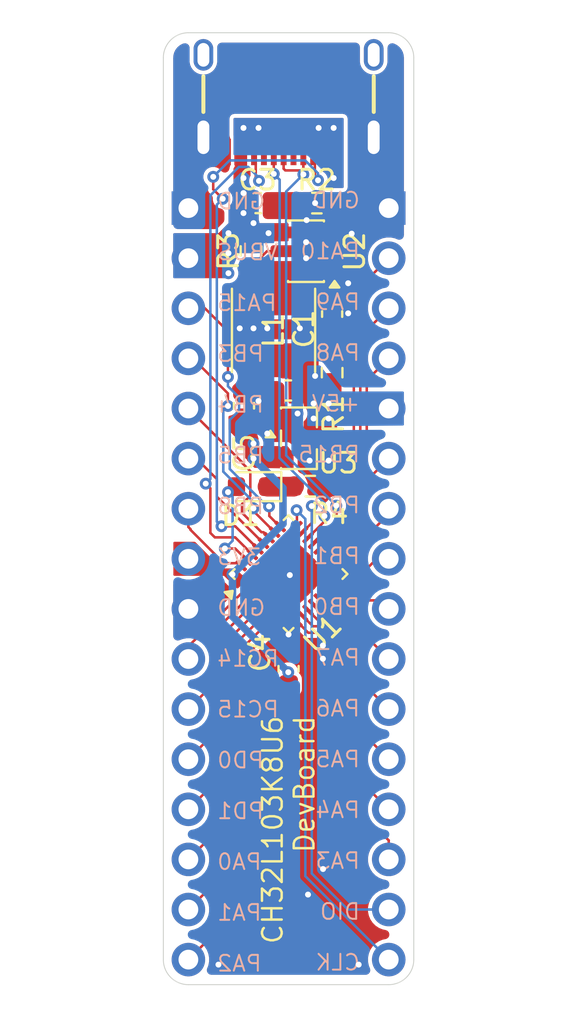
<source format=kicad_pcb>
(kicad_pcb (version 20241229) (generator "pcbnew") (generator_version "9.0")
  (layers (0 "F.Cu" signal) (2 "B.Cu" signal) (13 "F.Paste" user) (15 "B.Paste" user) (5 "F.SilkS" user "F.Silkscreen") (7 "B.SilkS" user "B.Silkscreen") (1 "F.Mask" user) (3 "B.Mask" user) (25 "Edge.Cuts" user))
  (net 0 "")
  (net 1 "Net-(U2-BS)")
  (net 2 "Net-(L1-+)")
  (net 3 "GND")
  (net 4 "+5V")
  (net 5 "VBUS")
  (net 6 "VDD")
  (net 7 "CC2")
  (net 8 "D+")
  (net 9 "CC1")
  (net 10 "D-")
  (net 11 "SWCLK")
  (net 12 "SWDIO")
  (net 13 "PA5")
  (net 14 "PB0")
  (net 15 "PA4")
  (net 16 "PA2")
  (net 17 "PA6")
  (net 18 "PA3")
  (net 19 "PA0")
  (net 20 "PB1")
  (net 21 "PC15")
  (net 22 "PD1")
  (net 23 "PC14")
  (net 24 "PA1")
  (net 25 "PA7")
  (net 26 "PD0")
  (net 27 "PB15")
  (net 28 "PB8")
  (net 29 "PA10")
  (net 30 "PB3")
  (net 31 "PB9")
  (net 32 "PA9")
  (net 33 "PA15")
  (net 34 "PA8")
  (net 35 "PB2")
  (net 36 "PB4")
  (net 37 "PB5")
  (net 38 "Net-(U2-FB)")
  (net 39 "Net-(U2-EN)")
  (net 44 "Net-(D1-K)")
  (footprint "Package_DFN_QFN:QFN-32-1EP_4x4mm_P0.4mm_EP2.9x2.9mm" (layer "F.Cu") (at 160.02 73.161305 45)
    (property "Reference" "U1" (at -0.927367 3.369997 45) (layer "F.SilkS"))
    (property "Value" "CH32L103K8U6")
    (pad "1" smd roundrect (at -2 -1.4 45) (size 0.7 0.2) (layers "F.Cu" "F.Mask" "F.Paste") (net 6 "VDD"))
    (pad "2" smd roundrect (at -2 -1 45) (size 0.7 0.2) (layers "F.Cu" "F.Mask" "F.Paste") (net 23 "PC14"))
    (pad "3" smd roundrect (at -2 -0.600001 45) (size 0.7 0.2) (layers "F.Cu" "F.Mask" "F.Paste") (net 21 "PC15"))
    (pad "4" smd roundrect (at -2 -0.2 45) (size 0.7 0.2) (layers "F.Cu" "F.Mask" "F.Paste") (net 26 "PD0"))
    (pad "5" smd roundrect (at -2 0.2 45) (size 0.7 0.2) (layers "F.Cu" "F.Mask" "F.Paste") (net 22 "PD1"))
    (pad "6" smd roundrect (at -2 0.600001 45) (size 0.7 0.2) (layers "F.Cu" "F.Mask" "F.Paste") (net 19 "PA0"))
    (pad "7" smd roundrect (at -2 1 45) (size 0.7 0.2) (layers "F.Cu" "F.Mask" "F.Paste") (net 24 "PA1"))
    (pad "8" smd roundrect (at -2 1.4 45) (size 0.7 0.2) (layers "F.Cu" "F.Mask" "F.Paste") (net 16 "PA2"))
    (pad "9" smd roundrect (at -1.4 2 45) (size 0.2 0.7) (layers "F.Cu" "F.Mask" "F.Paste") (net 18 "PA3"))
    (pad "10" smd roundrect (at -1 2 45) (size 0.2 0.7) (layers "F.Cu" "F.Mask" "F.Paste") (net 15 "PA4"))
    (pad "11" smd roundrect (at -0.600001 2 45) (size 0.2 0.7) (layers "F.Cu" "F.Mask" "F.Paste") (net 13 "PA5"))
    (pad "12" smd roundrect (at -0.2 2 45) (size 0.2 0.7) (layers "F.Cu" "F.Mask" "F.Paste") (net 17 "PA6"))
    (pad "13" smd roundrect (at 0.2 2 45) (size 0.2 0.7) (layers "F.Cu" "F.Mask" "F.Paste") (net 25 "PA7"))
    (pad "14" smd roundrect (at 0.600001 2 45) (size 0.2 0.7) (layers "F.Cu" "F.Mask" "F.Paste") (net 14 "PB0"))
    (pad "15" smd roundrect (at 1 2 45) (size 0.2 0.7) (layers "F.Cu" "F.Mask" "F.Paste") (net 20 "PB1"))
    (pad "16" smd roundrect (at 1.4 2 45) (size 0.2 0.7) (layers "F.Cu" "F.Mask" "F.Paste") (net 35 "PB2"))
    (pad "17" smd roundrect (at 2 1.4 45) (size 0.7 0.2) (layers "F.Cu" "F.Mask" "F.Paste") (net 27 "PB15"))
    (pad "18" smd roundrect (at 2 1 45) (size 0.7 0.2) (layers "F.Cu" "F.Mask" "F.Paste") (net 34 "PA8"))
    (pad "19" smd roundrect (at 2 0.600001 45) (size 0.7 0.2) (layers "F.Cu" "F.Mask" "F.Paste") (net 32 "PA9"))
    (pad "20" smd roundrect (at 2 0.2 45) (size 0.7 0.2) (layers "F.Cu" "F.Mask" "F.Paste") (net 29 "PA10"))
    (pad "21" smd roundrect (at 2 -0.2 45) (size 0.7 0.2) (layers "F.Cu" "F.Mask" "F.Paste") (net 10 "D-"))
    (pad "22" smd roundrect (at 2 -0.600001 45) (size 0.7 0.2) (layers "F.Cu" "F.Mask" "F.Paste") (net 8 "D+"))
    (pad "23" smd roundrect (at 2 -1 45) (size 0.7 0.2) (layers "F.Cu" "F.Mask" "F.Paste") (net 12 "SWDIO"))
    (pad "24" smd roundrect (at 2 -1.4 45) (size 0.7 0.2) (layers "F.Cu" "F.Mask" "F.Paste") (net 11 "SWCLK"))
    (pad "25" smd roundrect (at 1.4 -2 45) (size 0.2 0.7) (layers "F.Cu" "F.Mask" "F.Paste") (net 33 "PA15"))
    (pad "26" smd roundrect (at 1 -2 45) (size 0.2 0.7) (layers "F.Cu" "F.Mask" "F.Paste") (net 30 "PB3"))
    (pad "27" smd roundrect (at 0.600001 -2 45) (size 0.2 0.7) (layers "F.Cu" "F.Mask" "F.Paste") (net 36 "PB4"))
    (pad "28" smd roundrect (at 0.2 -2 45) (size 0.2 0.7) (layers "F.Cu" "F.Mask" "F.Paste") (net 37 "PB5"))
    (pad "29" smd roundrect (at -0.2 -2 45) (size 0.2 0.7) (layers "F.Cu" "F.Mask" "F.Paste") (net 9 "CC1"))
    (pad "30" smd roundrect (at -0.600001 -2 45) (size 0.2 0.7) (layers "F.Cu" "F.Mask" "F.Paste") (net 7 "CC2"))
    (pad "31" smd roundrect (at -1 -2 45) (size 0.2 0.7) (layers "F.Cu" "F.Mask" "F.Paste") (net 31 "PB9"))
    (pad "32" smd roundrect (at -1.4 -2 45) (size 0.2 0.7) (layers "F.Cu" "F.Mask" "F.Paste") (net 28 "PB8"))
    (pad "33" smd rect (at 0 0 45) (size 2.9 2.9) (property pad_prop_heatsink) (layers "F.Cu" "F.Mask") (net 3 "GND"))
  )
  (footprint "Capacitor_SMD:C_0603_1608Metric" (layer "F.Cu") (at 162.2298 59.9824 -90)
    (property "Reference" "C1" (at 0.7603 1.4279 90) (layer "F.SilkS"))
    (property "Value" "0.1u/50V")
    (pad "1" smd roundrect (at -0.775 0 270) (size 0.9 0.95) (layers "F.Cu" "F.Mask" "F.Paste") (net 1 "Net-(U2-BS)"))
    (pad "2" smd roundrect (at 0.775 0 270) (size 0.9 0.95) (layers "F.Cu" "F.Mask" "F.Paste") (net 2 "Net-(L1-+)"))
  )
  (footprint "Resistor_SMD:R_0603_1608Metric" (layer "F.Cu") (at 161.1244 68.707)
    (property "Reference" "R4" (at 0.953 1.397 0) (layer "F.SilkS"))
    (property "Value" "1k")
    (pad "1" smd roundrect (at -0.825 0) (size 0.8 0.95) (layers "F.Cu" "F.Mask" "F.Paste") (net 44 "Net-(D1-K)"))
    (pad "2" smd roundrect (at 0.825 0) (size 0.8 0.95) (layers "F.Cu" "F.Mask" "F.Paste") (net 3 "GND"))
  )
  (footprint "Capacitor_SMD:C_0603_1608Metric" (layer "F.Cu") (at 160.02 77.965 -90)
    (property "Reference" "C4" (at -0.80659 1.4478 90) (layer "F.SilkS"))
    (property "Value" "0.1u/50V")
    (pad "1" smd roundrect (at -0.775 0 270) (size 0.9 0.95) (layers "F.Cu" "F.Mask" "F.Paste") (net 3 "GND"))
    (pad "2" smd roundrect (at 0.775 0 270) (size 0.9 0.95) (layers "F.Cu" "F.Mask" "F.Paste") (net 6 "VDD"))
  )
  (footprint "Capacitor_SMD:C_0603_1608Metric" (layer "F.Cu") (at 158.483 54.356 180)
    (property "Reference" "C3" (at 0.0378 1.1684 0) (layer "F.SilkS"))
    (property "Value" "10u/35V")
    (pad "1" smd roundrect (at -0.775 0 180) (size 0.9 0.95) (layers "F.Cu" "F.Mask" "F.Paste") (net 3 "GND"))
    (pad "2" smd roundrect (at 0.775 0 180) (size 0.9 0.95) (layers "F.Cu" "F.Mask" "F.Paste") (net 5 "VBUS"))
  )
  (footprint "Capacitor_SMD:C_0603_1608Metric" (layer "F.Cu") (at 160.007 63.8556)
    (property "Reference" "C2" (hide yes))
    (property "Value" "10u/35V")
    (pad "1" smd roundrect (at -0.775 0) (size 0.9 0.95) (layers "F.Cu" "F.Mask" "F.Paste") (net 3 "GND"))
    (pad "2" smd roundrect (at 0.775 0) (size 0.9 0.95) (layers "F.Cu" "F.Mask" "F.Paste") (net 4 "+5V"))
  )
  (footprint "Package_TO_SOT_SMD:SOT-23-3" (layer "F.Cu") (at 160.5479 66.2788)
    (property "Reference" "U3" (at 1.9867 1.2598 0) (layer "F.SilkS"))
    (property "Value" "XC6206P332MR")
    (pad "1" smd roundrect (at -1.1375 -0.95) (size 1.325 0.6) (layers "F.Cu" "F.Mask" "F.Paste") (net 3 "GND"))
    (pad "2" smd roundrect (at -1.1375 0.95) (size 1.325 0.6) (layers "F.Cu" "F.Mask" "F.Paste") (net 6 "VDD"))
    (pad "3" smd roundrect (at 1.1375 0) (size 1.325 0.6) (layers "F.Cu" "F.Mask" "F.Paste") (net 4 "+5V"))
  )
  (footprint "Resistor_SMD:R_0603_1608Metric" (layer "F.Cu") (at 161.4556 54.356 180)
    (property "Reference" "R2" (at 0.0132 1.1684 0) (layer "F.SilkS"))
    (property "Value" "22k")
    (pad "1" smd roundrect (at -0.825 0 180) (size 0.8 0.95) (layers "F.Cu" "F.Mask" "F.Paste") (net 38 "Net-(U2-FB)"))
    (pad "2" smd roundrect (at 0.825 0 180) (size 0.8 0.95) (layers "F.Cu" "F.Mask" "F.Paste") (net 3 "GND"))
  )
  (footprint "Download_Lib:USB-C_16-HandSolder" (layer "F.Cu") (at 160.02 51.935 180)
    (property "Reference" "J5")
    (property "Value" "USB_C_Receptacle")
    (pad "A5" smd rect (at -1.25 0.17) (size 0.3 1.34) (layers "F.Cu" "F.Mask" "F.Paste") (net 9 "CC1"))
    (pad "A6" smd rect (at -0.25 0.17) (size 0.3 1.34) (layers "F.Cu" "F.Mask" "F.Paste") (net 8 "D+"))
    (pad "A7" smd rect (at 0.25 0.17 180) (size 0.3 1.34) (layers "F.Cu" "F.Mask" "F.Paste") (net 10 "D-"))
    (pad "A8" smd rect (at 1.25 0.17 180) (size 0.3 1.34) (layers "F.Cu" "F.Mask" "F.Paste"))
    (pad "B5" smd rect (at 1.75 0.17 180) (size 0.3 1.34) (layers "F.Cu" "F.Mask" "F.Paste") (net 7 "CC2"))
    (pad "B6" smd rect (at 0.75 0.17 180) (size 0.3 1.34) (layers "F.Cu" "F.Mask" "F.Paste") (net 8 "D+"))
    (pad "B7" smd rect (at -0.75 0.17) (size 0.3 1.34) (layers "F.Cu" "F.Mask" "F.Paste") (net 10 "D-"))
    (pad "B8" smd rect (at -1.75 0.17) (size 0.3 1.34) (layers "F.Cu" "F.Mask" "F.Paste"))
    (pad "GND" smd rect (at -3.2625 0.17) (size 0.525 1.34) (layers "F.Cu" "F.Mask") (net 3 "GND"))
    (pad "GND" smd rect (at 3.2125 0.17 180) (size 0.575 1.34) (layers "F.Cu" "F.Mask") (net 3 "GND"))
    (pad "NC1" thru_hole oval (at -4.318 5.095 180) (size 1 1.6) (drill oval 0.6 1.2) (layers "*.Cu" "*.Mask" "F.Paste"))
    (pad "NC2" thru_hole oval (at 4.318 5.095 180) (size 1 1.6) (drill oval 0.6 1.2) (layers "*.Cu" "*.Mask" "F.Paste"))
    (pad "S" thru_hole oval (at -4.318 0.915 180) (size 1 2.1) (drill oval 0.6 1.7) (layers "*.Cu" "*.Mask" "F.Paste") (net 3 "GND"))
    (pad "S" thru_hole oval (at 4.318 0.915 180) (size 1 2.1) (drill oval 0.6 1.7) (layers "*.Cu" "*.Mask" "F.Paste") (net 3 "GND"))
    (pad "VBUS" smd rect (at -2.45 0.17) (size 0.6 1.34) (layers "F.Cu" "F.Mask") (net 5 "VBUS"))
    (pad "VBUS" smd rect (at 2.45 0.17 180) (size 0.6 1.34) (layers "F.Cu" "F.Mask") (net 5 "VBUS"))
  )
  (footprint "Resistor_SMD:R_0603_1608Metric" (layer "F.Cu") (at 158.115 56.7812 -90)
    (property "Reference" "R3" (at 0.0122 1.143 90) (layer "F.SilkS"))
    (property "Value" "120k")
    (pad "1" smd roundrect (at -0.825 0 270) (size 0.8 0.95) (layers "F.Cu" "F.Mask" "F.Paste") (net 5 "VBUS"))
    (pad "2" smd roundrect (at 0.825 0 270) (size 0.8 0.95) (layers "F.Cu" "F.Mask" "F.Paste") (net 39 "Net-(U2-EN)"))
  )
  (footprint "LED_SMD:LED_0603_1608Metric" (layer "F.Cu") (at 158.1657 68.7324 180)
    (property "Reference" "D1" (at 0.5841 -1.4732 0) (layer "F.SilkS"))
    (property "Value" "Red/Vf1.7")
    (pad "1" smd roundrect (at -0.7875 0 180) (size 0.875 0.95) (layers "F.Cu" "F.Mask" "F.Paste") (net 44 "Net-(D1-K)"))
    (pad "2" smd roundrect (at 0.7875 0 180) (size 0.875 0.95) (layers "F.Cu" "F.Mask" "F.Paste") (net 31 "PB9"))
  )
  (footprint "Resistor_SMD:R_0603_1608Metric" (layer "F.Cu") (at 162.2298 62.9534 90)
    (property "Reference" "R1" (at -2.1073 0.0707 90) (layer "F.SilkS"))
    (property "Value" "120k")
    (pad "1" smd roundrect (at -0.825 0 90) (size 0.8 0.95) (layers "F.Cu" "F.Mask" "F.Paste") (net 4 "+5V"))
    (pad "2" smd roundrect (at 0.825 0 90) (size 0.8 0.95) (layers "F.Cu" "F.Mask" "F.Paste") (net 38 "Net-(U2-FB)"))
  )
  (footprint "Inductor_SMD:L_Changjiang_FNR4020S" (layer "F.Cu") (at 159.258 60.809 -90)
    (property "Reference" "L1" (at -0.0014 0 90) (layer "F.SilkS"))
    (property "Value" "10u/1.5A")
    (pad "1" smd roundrect (at -1.5 0 270) (size 1.1 3.7) (layers "F.Cu" "F.Mask" "F.Paste") (roundrect_rratio 0.227273) (net 2 "Net-(L1-+)"))
    (pad "2" smd roundrect (at 1.5 0 270) (size 1.1 3.7) (layers "F.Cu" "F.Mask" "F.Paste") (roundrect_rratio 0.227273) (net 4 "+5V"))
  )
  (footprint "Capacitor_SMD:C_0603_1608Metric" (layer "F.Cu") (at 157.7594 64.63 -90)
    (property "Reference" "C5" (at 2.4006 -0.0254 90) (layer "F.SilkS"))
    (property "Value" "22u/10V")
    (pad "1" smd roundrect (at -0.775 0 270) (size 0.9 0.95) (layers "F.Cu" "F.Mask" "F.Paste") (net 3 "GND"))
    (pad "2" smd roundrect (at 0.775 0 270) (size 0.9 0.95) (layers "F.Cu" "F.Mask" "F.Paste") (net 6 "VDD"))
  )
  (footprint "Package_TO_SOT_SMD:SOT-23-6" (layer "F.Cu") (at 160.9035 56.7944 180)
    (property "Reference" "U2" (at -2.4693 -0.0254 90) (layer "F.SilkS"))
    (property "Value" "JW5026")
    (pad "1" smd roundrect (at -1.1375 -0.95 180) (size 1.325 0.6) (layers "F.Cu" "F.Mask" "F.Paste") (net 1 "Net-(U2-BS)"))
    (pad "2" smd roundrect (at -1.1375 0 180) (size 1.325 0.6) (layers "F.Cu" "F.Mask" "F.Paste") (net 3 "GND"))
    (pad "3" smd roundrect (at -1.1375 0.95 180) (size 1.325 0.6) (layers "F.Cu" "F.Mask" "F.Paste") (net 38 "Net-(U2-FB)"))
    (pad "4" smd roundrect (at 1.1375 0.95 180) (size 1.325 0.6) (layers "F.Cu" "F.Mask" "F.Paste") (net 5 "VBUS"))
    (pad "5" smd roundrect (at 1.1375 0 180) (size 1.325 0.6) (layers "F.Cu" "F.Mask" "F.Paste") (net 39 "Net-(U2-EN)"))
    (pad "6" smd roundrect (at 1.1375 -0.95 180) (size 1.325 0.6) (layers "F.Cu" "F.Mask" "F.Paste") (net 2 "Net-(L1-+)"))
  )
  (footprint "Connector_PinHeader_2.54mm:PinHeader_1x16_P2.54mm_Vertical" (layer "B.Cu") (at 165.1 54.61 180)
    (property "Reference" "J3" (hide yes))
    (property "Value" "Pinheader_P2.54mm_16P")
    (pad "1" thru_hole rect (at 0 0 180) (size 1.7 1.7) (drill 1) (layers "*.Cu" "*.Mask") (net 3 "GND"))
    (pad "2" thru_hole circle (at 0 -2.54 180) (size 1.7 1.7) (drill 1) (layers "*.Cu" "*.Mask") (net 29 "PA10"))
    (pad "3" thru_hole circle (at 0 -5.08 180) (size 1.7 1.7) (drill 1) (layers "*.Cu" "*.Mask") (net 32 "PA9"))
    (pad "4" thru_hole circle (at 0 -7.62 180) (size 1.7 1.7) (drill 1) (layers "*.Cu" "*.Mask") (net 34 "PA8"))
    (pad "5" thru_hole circle (at 0 -10.16 180) (size 1.7 1.7) (drill 1) (layers "*.Cu" "*.Mask") (net 4 "+5V"))
    (pad "6" thru_hole circle (at 0 -12.7 180) (size 1.7 1.7) (drill 1) (layers "*.Cu" "*.Mask") (net 27 "PB15"))
    (pad "7" thru_hole circle (at 0 -15.24 180) (size 1.7 1.7) (drill 1) (layers "*.Cu" "*.Mask") (net 35 "PB2"))
    (pad "8" thru_hole circle (at 0 -17.78 180) (size 1.7 1.7) (drill 1) (layers "*.Cu" "*.Mask") (net 20 "PB1"))
    (pad "9" thru_hole circle (at 0 -20.32 180) (size 1.7 1.7) (drill 1) (layers "*.Cu" "*.Mask") (net 14 "PB0"))
    (pad "10" thru_hole circle (at 0 -22.86 180) (size 1.7 1.7) (drill 1) (layers "*.Cu" "*.Mask") (net 25 "PA7"))
    (pad "11" thru_hole circle (at 0 -25.4 180) (size 1.7 1.7) (drill 1) (layers "*.Cu" "*.Mask") (net 17 "PA6"))
    (pad "12" thru_hole circle (at 0 -27.94 180) (size 1.7 1.7) (drill 1) (layers "*.Cu" "*.Mask") (net 13 "PA5"))
    (pad "13" thru_hole circle (at 0 -30.48 180) (size 1.7 1.7) (drill 1) (layers "*.Cu" "*.Mask") (net 15 "PA4"))
    (pad "14" thru_hole circle (at 0 -33.02 180) (size 1.7 1.7) (drill 1) (layers "*.Cu" "*.Mask") (net 18 "PA3"))
    (pad "15" thru_hole circle (at 0 -35.56 180) (size 1.7 1.7) (drill 1) (layers "*.Cu" "*.Mask") (net 12 "SWDIO"))
    (pad "16" thru_hole circle (at 0 -38.1 180) (size 1.7 1.7) (drill 1) (layers "*.Cu" "*.Mask") (net 11 "SWCLK"))
  )
  (footprint "Connector_PinHeader_2.54mm:PinHeader_1x16_P2.54mm_Vertical" (layer "B.Cu") (at 154.94 54.61 180)
    (property "Reference" "J2" (hide yes))
    (property "Value" "Pinheader_P2.54mm_16P")
    (pad "1" thru_hole rect (at 0 0 180) (size 1.7 1.7) (drill 1) (layers "*.Cu" "*.Mask") (net 3 "GND"))
    (pad "2" thru_hole circle (at 0 -2.54 180) (size 1.7 1.7) (drill 1) (layers "*.Cu" "*.Mask") (net 5 "VBUS"))
    (pad "3" thru_hole circle (at 0 -5.08 180) (size 1.7 1.7) (drill 1) (layers "*.Cu" "*.Mask") (net 33 "PA15"))
    (pad "4" thru_hole circle (at 0 -7.62 180) (size 1.7 1.7) (drill 1) (layers "*.Cu" "*.Mask") (net 30 "PB3"))
    (pad "5" thru_hole circle (at 0 -10.16 180) (size 1.7 1.7) (drill 1) (layers "*.Cu" "*.Mask") (net 36 "PB4"))
    (pad "6" thru_hole circle (at 0 -12.7 180) (size 1.7 1.7) (drill 1) (layers "*.Cu" "*.Mask") (net 37 "PB5"))
    (pad "7" thru_hole circle (at 0 -15.24 180) (size 1.7 1.7) (drill 1) (layers "*.Cu" "*.Mask") (net 28 "PB8"))
    (pad "8" thru_hole circle (at 0 -17.78 180) (size 1.7 1.7) (drill 1) (layers "*.Cu" "*.Mask") (net 6 "VDD"))
    (pad "9" thru_hole circle (at 0 -20.32 180) (size 1.7 1.7) (drill 1) (layers "*.Cu" "*.Mask") (net 3 "GND"))
    (pad "10" thru_hole circle (at 0 -22.86 180) (size 1.7 1.7) (drill 1) (layers "*.Cu" "*.Mask") (net 23 "PC14"))
    (pad "11" thru_hole circle (at 0 -25.4 180) (size 1.7 1.7) (drill 1) (layers "*.Cu" "*.Mask") (net 21 "PC15"))
    (pad "12" thru_hole circle (at 0 -27.94 180) (size 1.7 1.7) (drill 1) (layers "*.Cu" "*.Mask") (net 26 "PD0"))
    (pad "13" thru_hole circle (at 0 -30.48 180) (size 1.7 1.7) (drill 1) (layers "*.Cu" "*.Mask") (net 22 "PD1"))
    (pad "14" thru_hole circle (at 0 -33.02 180) (size 1.7 1.7) (drill 1) (layers "*.Cu" "*.Mask") (net 19 "PA0"))
    (pad "15" thru_hole circle (at 0 -35.56 180) (size 1.7 1.7) (drill 1) (layers "*.Cu" "*.Mask") (net 24 "PA1"))
    (pad "16" thru_hole circle (at 0 -38.1 180) (size 1.7 1.7) (drill 1) (layers "*.Cu" "*.Mask") (net 16 "PA2"))
  )
  (gr_arc (start 166.37 92.71) (mid 165.998026 93.608026) (end 165.1 93.98) (stroke (width 0.05)) (layer "Edge.Cuts"))
  (gr_arc (start 153.67 46.99) (mid 154.041974 46.091974) (end 154.94 45.72) (stroke (width 0.05)) (layer "Edge.Cuts"))
  (gr_arc (start 154.94 93.98) (mid 154.041974 93.608026) (end 153.67 92.71) (stroke (width 0.05)) (layer "Edge.Cuts"))
  (gr_line (start 166.37 46.99) (end 166.37 92.71) (stroke (width 0.05)) (layer "Edge.Cuts"))
  (gr_line (start 154.94 45.72) (end 165.1 45.72) (stroke (width 0.05)) (layer "Edge.Cuts"))
  (gr_arc (start 165.1 45.72) (mid 165.998026 46.091974) (end 166.37 46.99) (stroke (width 0.05)) (layer "Edge.Cuts"))
  (gr_line (start 153.67 92.71) (end 153.67 46.99) (stroke (width 0.05)) (layer "Edge.Cuts"))
  (gr_line (start 165.1 93.98) (end 154.94 93.98) (stroke (width 0.05)) (layer "Edge.Cuts"))
  (gr_text "CH32L103K8U6\nDevBoard" (at 160.02 80.264 90) (layer "F.SilkS") (effects (font (size 1 1) (thickness 0.125)) (justify right)))
  (gr_text "GND\n\nVBUS\n\nPA15\n\nPB3\n\nPB4\n\nPB5\n\nPB8\n\n3V3\n\nGND\n\nPC14\n\nPC15\n\nPD0\n\nPD1\n\nPA0\n\nPA1\n\nPA2" (at 156.337 53.7972 0) (layer "B.SilkS") (effects (font (size 0.8 0.8) (thickness 0.1)) (justify right top mirror)))
  (gr_text "GND\n\nPA10\n\nPA9\n\nPA8\n\n+5V\n\nPB15\n\nPB2\n\nPB1\n\nPB0\n\nPA7\n\nPA6\n\nPA5\n\nPA4\n\nPA3\n\nDIO\n\nCLK" (at 163.703 53.7464 0) (layer "B.SilkS") (effects (font (size 0.8 0.8) (thickness 0.1)) (justify left top mirror)))
  (segment (start 162.2298 57.9332) (end 162.041 57.7444) (width 0.127) (layer "F.Cu") (net 1))
  (segment (start 162.2298 59.2074) (end 162.2298 57.9332) (width 0.127) (layer "F.Cu") (net 1))
  (segment (start 162.2298 60.7574) (end 162.2298 60.3758) (width 0.127) (layer "F.Cu") (net 2))
  (segment (start 161.7759 59.9219) (end 161.770808 59.9219) (width 0.127) (layer "F.Cu") (net 2))
  (segment (start 161.770808 59.9219) (end 161.157908 59.309) (width 0.127) (layer "F.Cu") (net 2))
  (segment (start 161.157908 59.309) (end 159.258 59.309) (width 0.127) (layer "F.Cu") (net 2))
  (segment (start 162.2298 60.3758) (end 161.7759 59.9219) (width 0.127) (layer "F.Cu") (net 2))
  (via (at 157.5435 60.706) (size 0.6) (drill 0.3) (layers "F.Cu" "B.Cu") (net 3))
  (via (at 161.0868 67.4116) (size 0.6) (drill 0.3) (layers "F.Cu" "B.Cu") (net 3))
  (via (at 161.761675 77.455004) (size 0.6) (drill 0.3) (layers "F.Cu" "B.Cu") (net 3))
  (via (at 160.5915 60.706) (size 0.6) (drill 0.3) (layers "F.Cu" "B.Cu") (net 3))
  (via (at 161.767986 88.117214) (size 0.6) (drill 0.3) (layers "F.Cu" "B.Cu") (net 3))
  (via (at 161.3662 54.356) (size 0.6) (drill 0.3) (layers "F.Cu" "B.Cu") (net 3))
  (via (at 163.0426 58.42) (size 0.6) (drill 0.3) (layers "F.Cu" "B.Cu") (net 3))
  (via (at 163.0426 59.944) (size 0.6) (drill 0.3) (layers "F.Cu" "B.Cu") (net 3))
  (via (at 158.9405 66.04) (size 0.6) (drill 0.3) (layers "F.Cu" "B.Cu") (net 3))
  (via (at 163.2204 55.9054) (size 0.6) (drill 0.3) (layers "F.Cu" "B.Cu") (net 3))
  (via (at 160.909 57.15) (size 0.6) (drill 0.3) (layers "F.Cu" "B.Cu") (net 3))
  (via (at 156.464 92.964) (size 0.6) (drill 0.3) (layers "F.Cu" "B.Cu") (net 3))
  (via (at 161.761675 76.784031) (size 0.6) (drill 0.3) (layers "F.Cu" "B.Cu") (net 3))
  (via (at 160.4772 65.024) (size 0.6) (drill 0.3) (layers "F.Cu" "B.Cu") (net 3))
  (via (at 158.9405 60.706) (size 0.6) (drill 0.3) (layers "F.Cu" "B.Cu") (net 3))
  (via (at 160.02 76.2254) (size 0.6) (drill 0.3) (layers "F.Cu" "B.Cu") (net 3))
  (via (at 160.909 56.3372) (size 0.6) (drill 0.3) (layers "F.Cu" "B.Cu") (net 3))
  (via (at 158.242 60.706) (size 0.6) (drill 0.3) (layers "F.Cu" "B.Cu") (net 3))
  (via (at 161.005845 89.412755) (size 0.6) (drill 0.3) (layers "F.Cu" "B.Cu") (net 3))
  (via (at 160.0835 73.2155) (size 0.6) (drill 0.3) (layers "F.Cu" "B.Cu") (net 3))
  (via (at 160.9344 55.2196) (size 0.6) (drill 0.3) (layers "F.Cu" "B.Cu") (net 3))
  (via (at 158.496 64.389) (size 0.6) (drill 0.3) (layers "F.Cu" "B.Cu") (net 3))
  (via (at 162.052 67.4116) (size 0.6) (drill 0.3) (layers "F.Cu" "B.Cu") (net 3))
  (via (at 163.576 92.964) (size 0.6) (drill 0.3) (layers "F.Cu" "B.Cu") (net 3))
  (via (at 161.29 65.278) (size 0.6) (drill 0.3) (layers "F.Cu" "B.Cu") (net 4))
  (via (at 161.29 64.516) (size 0.6) (drill 0.3) (layers "F.Cu" "B.Cu") (net 4))
  (via (at 162.052 65.278) (size 0.6) (drill 0.3) (layers "F.Cu" "B.Cu") (net 4))
  (via (at 161.3662 63.119) (size 0.6) (drill 0.3) (layers "F.Cu" "B.Cu") (net 4))
  (via (at 162.052 64.516) (size 0.6) (drill 0.3) (layers "F.Cu" "B.Cu") (net 4))
  (via (at 158.496 50.546) (size 0.6) (drill 0.3) (layers "F.Cu" "B.Cu") (net 5))
  (via (at 162.306 53.086) (size 0.6) (drill 0.3) (layers "F.Cu" "B.Cu") (net 5))
  (via (at 162.306 50.546) (size 0.6) (drill 0.3) (layers "F.Cu" "B.Cu") (net 5))
  (via (at 158.242 55.372) (size 0.6) (drill 0.3) (layers "F.Cu" "B.Cu") (net 5))
  (via (at 161.544 50.546) (size 0.6) (drill 0.3) (layers "F.Cu" "B.Cu") (net 5))
  (via (at 157.734 53.848) (size 0.6) (drill 0.3) (layers "F.Cu" "B.Cu") (net 5))
  (via (at 159.004 55.88) (size 0.6) (drill 0.3) (layers "F.Cu" "B.Cu") (net 5))
  (via (at 157.734 50.546) (size 0.6) (drill 0.3) (layers "F.Cu" "B.Cu") (net 5))
  (via (at 156.972 57.912) (size 0.6) (drill 0.3) (layers "F.Cu" "B.Cu") (net 5))
  (via (at 156.972 55.88) (size 0.6) (drill 0.3) (layers "F.Cu" "B.Cu") (net 5))
  (via (at 156.972 56.896) (size 0.6) (drill 0.3) (layers "F.Cu" "B.Cu") (net 5))
  (via (at 157.734 53.086) (size 0.6) (drill 0.3) (layers "F.Cu" "B.Cu") (net 5))
  (via (at 157.734 54.864) (size 0.6) (drill 0.3) (layers "F.Cu" "B.Cu") (net 5))
  (segment (start 160.005428 78.14) (end 160.005428 78.725428) (width 0.381) (layer "F.Cu") (net 6))
  (segment (start 160.005428 78.725428) (end 160.02 78.74) (width 0.381) (layer "F.Cu") (net 6))
  (via (at 158.242 67.31) (size 0.6) (drill 0.3) (layers "F.Cu" "B.Cu") (net 6))
  (via (at 158.242 66.548) (size 0.6) (drill 0.3) (layers "F.Cu" "B.Cu") (net 6))
  (via (at 157.1752 73.1774) (size 0.6) (drill 0.3) (layers "F.Cu" "B.Cu") (net 6))
  (via (at 160.005428 78.14) (size 0.6) (drill 0.3) (layers "F.Cu" "B.Cu") (net 6))
  (segment (start 159.736286 68.804286) (end 158.242 67.31) (width 0.381) (layer "B.Cu") (net 6))
  (segment (start 159.736286 70.616314) (end 159.736286 68.804286) (width 0.381) (layer "B.Cu") (net 6))
  (segment (start 157.1752 73.1774) (end 159.736286 70.616314) (width 0.381) (layer "B.Cu") (net 6))
  (segment (start 158.242 67.31) (end 158.242 66.548) (width 0.381) (layer "B.Cu") (net 6))
  (segment (start 157.1752 73.1774) (end 157.1752 75.309772) (width 0.381) (layer "B.Cu") (net 6))
  (segment (start 157.1752 75.309772) (end 160.005428 78.14) (width 0.381) (layer "B.Cu") (net 6))
  (segment (start 157.313458 71.303292) (end 158.181522 72.171356) (width 0.127) (layer "F.Cu") (net 7))
  (segment (start 156.280708 71.303292) (end 157.313458 71.303292) (width 0.127) (layer "F.Cu") (net 7))
  (segment (start 158.521098 53.229109) (end 158.3555 53.063511) (width 0.127) (layer "F.Cu") (net 7))
  (segment (start 156.0545 71.077084) (end 156.280708 71.303292) (width 0.127) (layer "F.Cu") (net 7))
  (segment (start 156.0545 68.8155) (end 156.0545 71.077084) (width 0.127) (layer "F.Cu") (net 7))
  (segment (start 155.819 68.58) (end 156.0545 68.8155) (width 0.127) (layer "F.Cu") (net 7))
  (segment (start 158.3555 51.8505) (end 158.27 51.765) (width 0.127) (layer "F.Cu") (net 7))
  (segment (start 158.3555 53.063511) (end 158.3555 51.8505) (width 0.127) (layer "F.Cu") (net 7))
  (via (at 158.521098 53.229109) (size 0.6) (drill 0.3) (layers "F.Cu" "B.Cu") (net 7))
  (via (at 155.819 68.58) (size 0.6) (drill 0.3) (layers "F.Cu" "B.Cu") (net 7))
  (segment (start 157.967824 52.5215) (end 157.500176 52.5215) (width 0.127) (layer "B.Cu") (net 7))
  (segment (start 156.0545 68.3445) (end 155.819 68.58) (width 0.127) (layer "B.Cu") (net 7))
  (segment (start 156.0545 53.967176) (end 156.0545 68.3445) (width 0.127) (layer "B.Cu") (net 7))
  (segment (start 158.521098 53.074774) (end 157.967824 52.5215) (width 0.127) (layer "B.Cu") (net 7))
  (segment (start 157.500176 52.5215) (end 156.0545 53.967176) (width 0.127) (layer "B.Cu") (net 7))
  (segment (start 158.521098 53.229109) (end 158.521098 53.074774) (width 0.127) (layer "B.Cu") (net 7))
  (segment (start 159.3555 50.8305) (end 160.1845 50.8305) (width 0.127) (layer "F.Cu") (net 8))
  (segment (start 160.1845 50.8305) (end 160.27 50.916) (width 0.127) (layer "F.Cu") (net 8))
  (segment (start 161.83846 70.494316) (end 161.009949 71.322827) (width 0.127) (layer "F.Cu") (net 8))
  (segment (start 159.27 50.916) (end 159.3555 50.8305) (width 0.127) (layer "F.Cu") (net 8))
  (segment (start 160.27 50.916) (end 160.27 51.765) (width 0.127) (layer "F.Cu") (net 8))
  (segment (start 159.27 52.874381) (end 159.270554 52.874935) (width 0.127) (layer "F.Cu") (net 8))
  (segment (start 161.83846 70.222895) (end 161.83846 70.494316) (width 0.127) (layer "F.Cu") (net 8))
  (segment (start 159.27 51.765) (end 159.27 50.916) (width 0.127) (layer "F.Cu") (net 8))
  (segment (start 159.27 51.765) (end 159.27 52.874381) (width 0.127) (layer "F.Cu") (net 8))
  (via (at 159.270554 52.874935) (size 0.6) (drill 0.3) (layers "F.Cu" "B.Cu") (net 8))
  (via (at 161.83846 70.222895) (size 0.6) (drill 0.3) (layers "F.Cu" "B.Cu") (net 8))
  (segment (start 159.56 56.122324) (end 159.5685 56.113824) (width 0.127) (layer "B.Cu") (net 8))
  (segment (start 161.83846 70.222895) (end 161.83846 69.557542) (width 0.127) (layer "B.Cu") (net 8))
  (segment (start 159.5685 53.172881) (end 159.270554 52.874935) (width 0.127) (layer "B.Cu") (net 8))
  (segment (start 159.5685 56.113824) (end 159.5685 53.172881) (width 0.127) (layer "B.Cu") (net 8))
  (segment (start 161.83846 69.557542) (end 159.56 67.279082) (width 0.127) (layer "B.Cu") (net 8))
  (segment (start 159.56 67.279082) (end 159.56 56.122324) (width 0.127) (layer "B.Cu") (net 8))
  (segment (start 156.618 70.739792) (end 157.315644 70.739792) (width 0.127) (layer "F.Cu") (net 9))
  (segment (start 161.3555 53.040599) (end 161.3555 51.8505) (width 0.127) (layer "F.Cu") (net 9))
  (segment (start 161.3555 51.8505) (end 161.27 51.765) (width 0.127) (layer "F.Cu") (net 9))
  (segment (start 161.514038 53.199137) (end 161.3555 53.040599) (width 0.127) (layer "F.Cu") (net 9))
  (segment (start 157.315644 70.739792) (end 158.464365 71.888513) (width 0.127) (layer "F.Cu") (net 9))
  (segment (start 156.199783 53.658383) (end 156.199783 53.024983) (width 0.127) (layer "F.Cu") (net 9))
  (segment (start 156.679993 54.138593) (end 156.199783 53.658383) (width 0.127) (layer "F.Cu") (net 9))
  (via (at 156.618 70.739792) (size 0.6) (drill 0.3) (layers "F.Cu" "B.Cu") (net 9))
  (via (at 161.514038 53.199137) (size 0.6) (drill 0.3) (layers "F.Cu" "B.Cu") (net 9))
  (via (at 156.199783 53.024983) (size 0.6) (drill 0.3) (layers "F.Cu" "B.Cu") (net 9))
  (via (at 156.679993 54.138593) (size 0.6) (drill 0.3) (layers "F.Cu" "B.Cu") (net 9))
  (segment (start 157.031266 52.1935) (end 160.861824 52.1935) (width 0.127) (layer "B.Cu") (net 9))
  (segment (start 161.514038 52.845714) (end 161.514038 53.199137) (width 0.127) (layer "B.Cu") (net 9))
  (segment (start 156.199783 53.024983) (end 157.031266 52.1935) (width 0.127) (layer "B.Cu") (net 9))
  (segment (start 156.3825 54.436086) (end 156.679993 54.138593) (width 0.127) (layer "B.Cu") (net 9))
  (segment (start 160.861824 52.1935) (end 161.514038 52.845714) (width 0.127) (layer "B.Cu") (net 9))
  (segment (start 156.3825 70.504292) (end 156.3825 54.436086) (width 0.127) (layer "B.Cu") (net 9))
  (segment (start 156.618 70.739792) (end 156.3825 70.504292) (width 0.127) (layer "B.Cu") (net 9))
  (segment (start 162.4584 69.71362) (end 162.4584 70.440062) (width 0.127) (layer "F.Cu") (net 10))
  (segment (start 159.77 52.614) (end 159.8555 52.6995) (width 0.127) (layer "F.Cu") (net 10))
  (segment (start 160.77 52.614) (end 160.77 51.765) (width 0.127) (layer "F.Cu") (net 10))
  (segment (start 162.4584 70.440062) (end 161.292792 71.60567) (width 0.127) (layer "F.Cu") (net 10))
  (segment (start 159.8555 52.6995) (end 160.6845 52.6995) (width 0.127) (layer "F.Cu") (net 10))
  (segment (start 160.77 51.765) (end 160.77 52.9) (width 0.127) (layer "F.Cu") (net 10))
  (segment (start 160.6845 52.6995) (end 160.77 52.614) (width 0.127) (layer "F.Cu") (net 10))
  (segment (start 162.438 69.69322) (end 162.4584 69.71362) (width 0.127) (layer "F.Cu") (net 10))
  (segment (start 159.77 51.765) (end 159.77 52.614) (width 0.127) (layer "F.Cu") (net 10))
  (via (at 160.77 52.9) (size 0.6) (drill 0.3) (layers "F.Cu" "B.Cu") (net 10))
  (via (at 162.438 69.69322) (size 0.6) (drill 0.3) (layers "F.Cu" "B.Cu") (net 10))
  (segment (start 159.9 67.15522) (end 159.9 53.77) (width 0.127) (layer "B.Cu") (net 10))
  (segment (start 162.438 69.69322) (end 159.9 67.15522) (width 0.127) (layer "B.Cu") (net 10))
  (segment (start 159.9 53.77) (end 160.77 52.9) (width 0.127) (layer "B.Cu") (net 10))
  (segment (start 160.426786 69.9262) (end 160.444264 69.943678) (width 0.127) (layer "F.Cu") (net 11))
  (segment (start 160.444264 69.943678) (end 160.444264 70.757142) (width 0.127) (layer "F.Cu") (net 11))
  (via (at 160.426786 69.9262) (size 0.6) (drill 0.3) (layers "F.Cu" "B.Cu") (net 11))
  (segment (start 160.870175 88.480175) (end 160.870175 70.369589) (width 0.127) (layer "B.Cu") (net 11))
  (segment (start 165.1 92.71) (end 160.870175 88.480175) (width 0.127) (layer "B.Cu") (net 11))
  (segment (start 160.870175 70.369589) (end 160.426786 69.9262) (width 0.127) (layer "B.Cu") (net 11))
  (segment (start 161.198175 70.568917) (end 161.198175 69.714167) (width 0.127) (layer "F.Cu") (net 12))
  (segment (start 160.727107 71.039985) (end 161.198175 70.568917) (width 0.127) (layer "F.Cu") (net 12))
  (via (at 161.198175 69.714167) (size 0.6) (drill 0.3) (layers "F.Cu" "B.Cu") (net 12))
  (segment (start 161.198175 69.714167) (end 161.198175 88.344313) (width 0.127) (layer "B.Cu") (net 12))
  (segment (start 163.023862 90.17) (end 165.1 90.17) (width 0.127) (layer "B.Cu") (net 12))
  (segment (start 161.198175 88.344313) (end 163.023862 90.17) (width 0.127) (layer "B.Cu") (net 12))
  (segment (start 163.6575 79.031362) (end 163.9855 79.359362) (width 0.127) (layer "F.Cu") (net 13))
  (segment (start 161.492366 75.4822) (end 162.184476 75.4822) (width 0.127) (layer "F.Cu") (net 13))
  (segment (start 163.6575 76.955224) (end 163.6575 79.031362) (width 0.127) (layer "F.Cu") (net 13))
  (segment (start 163.9855 81.4355) (end 165.1 82.55) (width 0.127) (layer "F.Cu") (net 13))
  (segment (start 162.184476 75.4822) (end 163.6575 76.955224) (width 0.127) (layer "F.Cu") (net 13))
  (segment (start 161.009949 74.999783) (end 161.492366 75.4822) (width 0.127) (layer "F.Cu") (net 13))
  (segment (start 163.9855 79.359362) (end 163.9855 81.4355) (width 0.127) (layer "F.Cu") (net 13))
  (segment (start 164.6682 74.4982) (end 165.1 74.93) (width 0.127) (layer "F.Cu") (net 14))
  (segment (start 162.205424 74.4982) (end 164.6682 74.4982) (width 0.127) (layer "F.Cu") (net 14))
  (segment (start 161.858478 74.151254) (end 162.205424 74.4982) (width 0.127) (layer "F.Cu") (net 14))
  (segment (start 164.9025 74.7325) (end 164.684824 74.7325) (width 0.127) (layer "B.Cu") (net 14))
  (segment (start 165.1 74.93) (end 164.9025 74.7325) (width 0.127) (layer "B.Cu") (net 14))
  (segment (start 163.3295 79.167224) (end 163.6575 79.495224) (width 0.127) (layer "F.Cu") (net 15))
  (segment (start 163.6575 79.495224) (end 163.6575 81.571362) (width 0.127) (layer "F.Cu") (net 15))
  (segment (start 163.6575 81.571362) (end 163.9855 81.899362) (width 0.127) (layer "F.Cu") (net 15))
  (segment (start 163.9855 81.899362) (end 163.9855 83.9755) (width 0.127) (layer "F.Cu") (net 15))
  (segment (start 161.254682 75.8102) (end 162.048614 75.8102) (width 0.127) (layer "F.Cu") (net 15))
  (segment (start 160.727107 75.282625) (end 161.254682 75.8102) (width 0.127) (layer "F.Cu") (net 15))
  (segment (start 163.9855 83.9755) (end 165.1 85.09) (width 0.127) (layer "F.Cu") (net 15))
  (segment (start 163.3295 77.091086) (end 163.3295 79.167224) (width 0.127) (layer "F.Cu") (net 15))
  (segment (start 162.048614 75.8102) (end 163.3295 77.091086) (width 0.127) (layer "F.Cu") (net 15))
  (segment (start 156.7105 84.711086) (end 156.7105 86.787224) (width 0.127) (layer "F.Cu") (net 16))
  (segment (start 156.3825 89.191362) (end 156.0545 89.519362) (width 0.127) (layer "F.Cu") (net 16))
  (segment (start 156.0545 91.5955) (end 154.94 92.71) (width 0.127) (layer "F.Cu") (net 16))
  (segment (start 156.7105 86.787224) (end 156.3825 87.115224) (width 0.127) (layer "F.Cu") (net 16))
  (segment (start 156.0545 89.519362) (end 156.0545 91.5955) (width 0.127) (layer "F.Cu") (net 16))
  (segment (start 157.6945 77.466704) (end 157.6945 79.57481) (width 0.127) (layer "F.Cu") (net 16))
  (segment (start 157.3696 79.89971) (end 157.3696 84.051986) (width 0.127) (layer "F.Cu") (net 16))
  (segment (start 156.3825 87.115224) (end 156.3825 89.191362) (width 0.127) (layer "F.Cu") (net 16))
  (segment (start 157.3696 84.051986) (end 156.7105 84.711086) (width 0.127) (layer "F.Cu") (net 16))
  (segment (start 159.595736 75.565468) (end 157.6945 77.466704) (width 0.127) (layer "F.Cu") (net 16))
  (segment (start 157.6945 79.57481) (end 157.3696 79.89971) (width 0.127) (layer "F.Cu") (net 16))
  (segment (start 161.730052 75.1542) (end 162.320338 75.1542) (width 0.127) (layer "F.Cu") (net 17))
  (segment (start 162.320338 75.1542) (end 163.9855 76.819362) (width 0.127) (layer "F.Cu") (net 17))
  (segment (start 161.292792 74.71694) (end 161.730052 75.1542) (width 0.127) (layer "F.Cu") (net 17))
  (segment (start 163.9855 78.8955) (end 165.1 80.01) (width 0.127) (layer "F.Cu") (net 17))
  (segment (start 163.9855 76.819362) (end 163.9855 78.8955) (width 0.127) (layer "F.Cu") (net 17))
  (segment (start 163.6575 84.111362) (end 163.9855 84.439362) (width 0.127) (layer "F.Cu") (net 18))
  (segment (start 163.3295 81.707224) (end 163.6575 82.035224) (width 0.127) (layer "F.Cu") (net 18))
  (segment (start 163.0015 79.303086) (end 163.3295 79.631086) (width 0.127) (layer "F.Cu") (net 18))
  (segment (start 163.3295 79.631086) (end 163.3295 81.707224) (width 0.127) (layer "F.Cu") (net 18))
  (segment (start 163.0015 77.226948) (end 163.0015 79.303086) (width 0.127) (layer "F.Cu") (net 18))
  (segment (start 163.6575 82.035224) (end 163.6575 84.111362) (width 0.127) (layer "F.Cu") (net 18))
  (segment (start 165.1 86.666142) (end 165.1 87.63) (width 0.127) (layer "F.Cu") (net 18))
  (segment (start 160.444264 75.565468) (end 161.016996 76.1382) (width 0.127) (layer "F.Cu") (net 18))
  (segment (start 163.9855 85.551642) (end 165.1 86.666142) (width 0.127) (layer "F.Cu") (net 18))
  (segment (start 161.912752 76.1382) (end 163.0015 77.226948) (width 0.127) (layer "F.Cu") (net 18))
  (segment (start 161.016996 76.1382) (end 161.912752 76.1382) (width 0.127) (layer "F.Cu") (net 18))
  (segment (start 163.9855 84.439362) (end 163.9855 85.551642) (width 0.127) (layer "F.Cu") (net 18))
  (segment (start 156.0545 86.5155) (end 154.94 87.63) (width 0.127) (layer "F.Cu") (net 19))
  (segment (start 156.0545 84.439362) (end 156.0545 86.5155) (width 0.127) (layer "F.Cu") (net 19))
  (segment (start 156.7136 79.627986) (end 156.7136 83.780262) (width 0.127) (layer "F.Cu") (net 19))
  (segment (start 156.7136 83.780262) (end 156.0545 84.439362) (width 0.127) (layer "F.Cu") (net 19))
  (segment (start 159.030051 74.999783) (end 157.0385 76.991334) (width 0.127) (layer "F.Cu") (net 19))
  (segment (start 157.0385 79.303086) (end 156.7136 79.627986) (width 0.127) (layer "F.Cu") (net 19))
  (segment (start 157.0385 76.991334) (end 157.0385 79.303086) (width 0.127) (layer "F.Cu") (net 19))
  (segment (start 164.4904 72.39) (end 165.1 72.39) (width 0.127) (layer "F.Cu") (net 20))
  (segment (start 162.731864 74.148536) (end 164.4904 72.39) (width 0.127) (layer "F.Cu") (net 20))
  (segment (start 162.14132 73.868412) (end 162.421444 74.148536) (width 0.127) (layer "F.Cu") (net 20))
  (segment (start 162.421444 74.148536) (end 162.731864 74.148536) (width 0.127) (layer "F.Cu") (net 20))
  (segment (start 156.0545 76.278276) (end 156.0545 78.8955) (width 0.127) (layer "F.Cu") (net 21))
  (segment (start 156.0545 78.8955) (end 154.94 80.01) (width 0.127) (layer "F.Cu") (net 21))
  (segment (start 158.181522 74.151254) (end 156.0545 76.278276) (width 0.127) (layer "F.Cu") (net 21))
  (segment (start 156.7105 79.167224) (end 156.7105 76.753648) (width 0.127) (layer "F.Cu") (net 22))
  (segment (start 156.7105 76.753648) (end 158.747208 74.71694) (width 0.127) (layer "F.Cu") (net 22))
  (segment (start 156.3856 79.492124) (end 156.7105 79.167224) (width 0.127) (layer "F.Cu") (net 22))
  (segment (start 156.3856 83.6444) (end 156.3856 79.492124) (width 0.127) (layer "F.Cu") (net 22))
  (segment (start 154.94 85.09) (end 156.3856 83.6444) (width 0.127) (layer "F.Cu") (net 22))
  (segment (start 154.94 76.827092) (end 154.94 77.47) (width 0.127) (layer "F.Cu") (net 23))
  (segment (start 157.89868 73.868412) (end 154.94 76.827092) (width 0.127) (layer "F.Cu") (net 23))
  (segment (start 159.312893 75.282625) (end 157.3665 77.229018) (width 0.127) (layer "F.Cu") (net 24))
  (segment (start 156.3825 86.651362) (end 156.0545 86.979362) (width 0.127) (layer "F.Cu") (net 24))
  (segment (start 156.0545 89.0555) (end 154.94 90.17) (width 0.127) (layer "F.Cu") (net 24))
  (segment (start 157.3665 77.229018) (end 157.3665 79.438948) (width 0.127) (layer "F.Cu") (net 24))
  (segment (start 157.0416 83.916124) (end 156.3825 84.575224) (width 0.127) (layer "F.Cu") (net 24))
  (segment (start 157.0416 79.763848) (end 157.0416 83.916124) (width 0.127) (layer "F.Cu") (net 24))
  (segment (start 156.0545 86.979362) (end 156.0545 89.0555) (width 0.127) (layer "F.Cu") (net 24))
  (segment (start 157.3665 79.438948) (end 157.0416 79.763848) (width 0.127) (layer "F.Cu") (net 24))
  (segment (start 156.3825 84.575224) (end 156.3825 86.651362) (width 0.127) (layer "F.Cu") (net 24))
  (segment (start 161.967738 74.8262) (end 162.4562 74.8262) (width 0.127) (layer "F.Cu") (net 25))
  (segment (start 161.575635 74.434097) (end 161.967738 74.8262) (width 0.127) (layer "F.Cu") (net 25))
  (segment (start 162.4562 74.8262) (end 165.1 77.47) (width 0.127) (layer "F.Cu") (net 25))
  (segment (start 158.464365 74.434097) (end 156.3825 76.515962) (width 0.127) (layer "F.Cu") (net 26))
  (segment (start 156.0576 79.356262) (end 156.0576 81.4324) (width 0.127) (layer "F.Cu") (net 26))
  (segment (start 156.0576 81.4324) (end 154.94 82.55) (width 0.127) (layer "F.Cu") (net 26))
  (segment (start 156.3825 76.515962) (end 156.3825 79.031362) (width 0.127) (layer "F.Cu") (net 26))
  (segment (start 156.3825 79.031362) (end 156.0576 79.356262) (width 0.127) (layer "F.Cu") (net 26))
  (segment (start 162.839759 71.914151) (end 163.9855 70.76841) (width 0.127) (layer "F.Cu") (net 27))
  (segment (start 162.839759 72.321445) (end 162.839759 71.914151) (width 0.127) (layer "F.Cu") (net 27))
  (segment (start 163.9855 70.76841) (end 163.9855 68.4245) (width 0.127) (layer "F.Cu") (net 27))
  (segment (start 163.9855 68.4245) (end 165.1 67.31) (width 0.127) (layer "F.Cu") (net 27))
  (segment (start 162.424163 72.737041) (end 162.839759 72.321445) (width 0.127) (layer "F.Cu") (net 27))
  (segment (start 157.491696 72.6129) (end 156.7377 72.6129) (width 0.127) (layer "F.Cu") (net 28))
  (segment (start 154.94 70.778876) (end 154.94 69.85) (width 0.127) (layer "F.Cu") (net 28))
  (segment (start 155.0473 70.9225) (end 155.0473 70.886176) (width 0.127) (layer "F.Cu") (net 28))
  (segment (start 155.0473 70.886176) (end 154.94 70.778876) (width 0.127) (layer "F.Cu") (net 28))
  (segment (start 157.615837 72.737041) (end 157.491696 72.6129) (width 0.127) (layer "F.Cu") (net 28))
  (segment (start 156.7377 72.6129) (end 155.0473 70.9225) (width 0.127) (layer "F.Cu") (net 28))
  (segment (start 163.3295 63.072776) (end 163.6575 62.744776) (width 0.127) (layer "F.Cu") (net 29))
  (segment (start 163.9855 58.2645) (end 165.1 57.15) (width 0.127) (layer "F.Cu") (net 29))
  (segment (start 163.0015 67.827918) (end 163.3295 67.499918) (width 0.127) (layer "F.Cu") (net 29))
  (segment (start 163.0015 70.360824) (end 163.0015 67.827918) (width 0.127) (layer "F.Cu") (net 29))
  (segment (start 161.855759 71.608389) (end 161.855759 71.506565) (width 0.127) (layer "F.Cu") (net 29))
  (segment (start 163.6575 60.668638) (end 163.9855 60.340638) (width 0.127) (layer "F.Cu") (net 29))
  (segment (start 163.9855 60.340638) (end 163.9855 58.2645) (width 0.127) (layer "F.Cu") (net 29))
  (segment (start 161.855759 71.506565) (end 163.0015 70.360824) (width 0.127) (layer "F.Cu") (net 29))
  (segment (start 161.575635 71.888513) (end 161.855759 71.608389) (width 0.127) (layer "F.Cu") (net 29))
  (segment (start 163.3295 67.499918) (end 163.3295 63.072776) (width 0.127) (layer "F.Cu") (net 29))
  (segment (start 163.6575 62.744776) (end 163.6575 60.668638) (width 0.127) (layer "F.Cu") (net 29))
  (segment (start 155.1686 62.23) (end 154.94 62.23) (width 0.127) (layer "F.Cu") (net 30))
  (segment (start 158.3483 69.94599) (end 158.3483 70.075392) (width 0.127) (layer "F.Cu") (net 30))
  (segment (start 158.3483 70.075392) (end 159.312893 71.039985) (width 0.127) (layer "F.Cu") (net 30))
  (segment (start 156.946 64.0074) (end 155.1686 62.23) (width 0.127) (layer "F.Cu") (net 30))
  (segment (start 158.23715 69.83484) (end 158.3483 69.94599) (width 0.127) (layer "F.Cu") (net 30))
  (segment (start 156.946 64.6427) (end 156.946 64.0074) (width 0.127) (layer "F.Cu") (net 30))
  (via (at 156.946 64.6427) (size 0.6) (drill 0.3) (layers "F.Cu" "B.Cu") (net 30))
  (via (at 158.23715 69.83484) (size 0.6) (drill 0.3) (layers "F.Cu" "B.Cu") (net 30))
  (segment (start 156.8447 64.6427) (end 156.7105 64.7769) (width 0.127) (layer "B.Cu") (net 30))
  (segment (start 156.7105 64.7769) (end 156.7105 67.973728) (width 0.127) (layer "B.Cu") (net 30))
  (segment (start 158.23715 69.500378) (end 158.23715 69.83484) (width 0.127) (layer "B.Cu") (net 30))
  (segment (start 156.946 64.6427) (end 156.8447 64.6427) (width 0.127) (layer "B.Cu") (net 30))
  (segment (start 156.7105 67.973728) (end 158.23715 69.500378) (width 0.127) (layer "B.Cu") (net 30))
  (segment (start 157.89868 72.454198) (end 157.312274 71.867792) (width 0.127) (layer "F.Cu") (net 31))
  (segment (start 157.312274 71.867792) (end 156.7895 71.867792) (width 0.127) (layer "F.Cu") (net 31))
  (via (at 156.7895 71.867792) (size 0.6) (drill 0.3) (layers "F.Cu" "B.Cu") (net 31))
  (via (at 156.948624 69.010176) (size 0.6) (drill 0.3) (layers "F.Cu" "B.Cu") (net 31))
  (segment (start 157.1825 71.474792) (end 156.7895 71.867792) (width 0.127) (layer "B.Cu") (net 31))
  (segment (start 156.948624 69.010176) (end 157.1825 69.244052) (width 0.127) (layer "B.Cu") (net 31))
  (segment (start 157.1825 69.244052) (end 157.1825 71.474792) (width 0.127) (layer "B.Cu") (net 31))
  (segment (start 163.3295 70.496686) (end 163.3295 67.96378) (width 0.127) (layer "F.Cu") (net 32))
  (segment (start 163.9855 62.880638) (end 163.9855 60.8045) (width 0.127) (layer "F.Cu") (net 32))
  (segment (start 162.183759 71.642427) (end 163.3295 70.496686) (width 0.127) (layer "F.Cu") (net 32))
  (segment (start 162.183759 71.846075) (end 162.183759 71.642427) (width 0.127) (layer "F.Cu") (net 32))
  (segment (start 163.3295 67.96378) (end 163.6575 67.63578) (width 0.127) (layer "F.Cu") (net 32))
  (segment (start 163.6575 67.63578) (end 163.6575 63.208638) (width 0.127) (layer "F.Cu") (net 32))
  (segment (start 163.6575 63.208638) (end 163.9855 62.880638) (width 0.127) (layer "F.Cu") (net 32))
  (segment (start 161.858478 72.171356) (end 162.183759 71.846075) (width 0.127) (layer "F.Cu") (net 32))
  (segment (start 163.9855 60.8045) (end 165.1 59.69) (width 0.127) (layer "F.Cu") (net 32))
  (segment (start 155.7782 59.69) (end 154.94 59.69) (width 0.127) (layer "F.Cu") (net 33))
  (segment (start 156.946 63.16937) (end 156.946 60.8578) (width 0.127) (layer "F.Cu") (net 33))
  (segment (start 156.946 60.8578) (end 155.7782 59.69) (width 0.127) (layer "F.Cu") (net 33))
  (segment (start 159.044786 69.74662) (end 159.044786 70.220986) (width 0.127) (layer "F.Cu") (net 33))
  (segment (start 159.580942 70.757142) (end 159.595736 70.757142) (width 0.127) (layer "F.Cu") (net 33))
  (segment (start 159.044786 70.220986) (end 159.580942 70.757142) (width 0.127) (layer "F.Cu") (net 33))
  (segment (start 159.030566 69.7324) (end 159.044786 69.74662) (width 0.127) (layer "F.Cu") (net 33))
  (via (at 159.030566 69.7324) (size 0.6) (drill 0.3) (layers "F.Cu" "B.Cu") (net 33))
  (via (at 156.946 63.16937) (size 0.6) (drill 0.3) (layers "F.Cu" "B.Cu") (net 33))
  (segment (start 159.030566 69.7324) (end 158.933034 69.7324) (width 0.127) (layer "B.Cu") (net 33))
  (segment (start 158.933034 69.7324) (end 157.0385 67.837866) (width 0.127) (layer "B.Cu") (net 33))
  (segment (start 157.0385 65.348524) (end 157.5105 64.876524) (width 0.127) (layer "B.Cu") (net 33))
  (segment (start 157.5105 64.20487) (end 156.946 63.64037) (width 0.127) (layer "B.Cu") (net 33))
  (segment (start 156.946 63.64037) (end 156.946 63.16937) (width 0.127) (layer "B.Cu") (net 33))
  (segment (start 157.0385 67.837866) (end 157.0385 65.348524) (width 0.127) (layer "B.Cu") (net 33))
  (segment (start 157.5105 64.876524) (end 157.5105 64.20487) (width 0.127) (layer "B.Cu") (net 33))
  (segment (start 163.6575 68.099642) (end 163.9855 67.771642) (width 0.127) (layer "F.Cu") (net 34))
  (segment (start 162.14132 72.454198) (end 162.511759 72.083759) (width 0.127) (layer "F.Cu") (net 34))
  (segment (start 162.511759 71.778289) (end 163.6575 70.632548) (width 0.127) (layer "F.Cu") (net 34))
  (segment (start 163.9855 63.3445) (end 165.1 62.23) (width 0.127) (layer "F.Cu") (net 34))
  (segment (start 163.9855 67.771642) (end 163.9855 63.3445) (width 0.127) (layer "F.Cu") (net 34))
  (segment (start 162.511759 72.083759) (end 162.511759 71.778289) (width 0.127) (layer "F.Cu") (net 34))
  (segment (start 163.6575 70.632548) (end 163.6575 68.099642) (width 0.127) (layer "F.Cu") (net 34))
  (segment (start 163.167759 72.841973) (end 163.167759 72.050013) (width 0.127) (layer "F.Cu") (net 35))
  (segment (start 162.424163 73.585569) (end 163.167759 72.841973) (width 0.127) (layer "F.Cu") (net 35))
  (segment (start 165.1 70.117772) (end 165.1 69.85) (width 0.127) (layer "F.Cu") (net 35))
  (segment (start 163.167759 72.050013) (end 165.1 70.117772) (width 0.127) (layer "F.Cu") (net 35))
  (segment (start 157.6775 67.5075) (end 154.94 64.77) (width 0.127) (layer "F.Cu") (net 36))
  (segment (start 158.0802 67.946524) (end 157.6775 67.543824) (width 0.127) (layer "F.Cu") (net 36))
  (segment (start 158.0802 69.19488) (end 158.0802 67.946524) (width 0.127) (layer "F.Cu") (net 36))
  (segment (start 157.6775 67.543824) (end 157.6775 67.5075) (width 0.127) (layer "F.Cu") (net 36))
  (segment (start 157.6578 69.61728) (end 158.0802 69.19488) (width 0.127) (layer "F.Cu") (net 36))
  (segment (start 158.648103 71.042703) (end 157.6578 70.0524) (width 0.127) (layer "F.Cu") (net 36))
  (segment (start 159.030051 71.322827) (end 158.749927 71.042703) (width 0.127) (layer "F.Cu") (net 36))
  (segment (start 157.6578 70.0524) (end 157.6578 69.61728) (width 0.127) (layer "F.Cu") (net 36))
  (segment (start 158.749927 71.042703) (end 158.648103 71.042703) (width 0.127) (layer "F.Cu") (net 36))
  (segment (start 156.3835 68.346176) (end 155.347324 67.31) (width 0.127) (layer "F.Cu") (net 37))
  (segment (start 158.747208 71.60567) (end 156.3835 69.241962) (width 0.127) (layer "F.Cu") (net 37))
  (segment (start 156.3835 69.241962) (end 156.3835 68.346176) (width 0.127) (layer "F.Cu") (net 37))
  (segment (start 155.347324 67.31) (end 154.94 67.31) (width 0.127) (layer "F.Cu") (net 37))
  (segment (start 162.2806 55.6048) (end 162.041 55.8444) (width 0.127) (layer "F.Cu") (net 38))
  (segment (start 162.2806 62.1792) (end 162.2298 62.1284) (width 0.127) (layer "F.Cu") (net 38))
  (segment (start 162.343848 55.8444) (end 162.041 55.8444) (width 0.127) (layer "F.Cu") (net 38))
  (segment (start 162.2806 55.118) (end 162.2806 54.356) (width 0.127) (layer "F.Cu") (net 38))
  (segment (start 163.3295 60.532776) (end 163.6575 60.204776) (width 0.127) (layer "F.Cu") (net 38))
  (segment (start 163.6575 57.158052) (end 162.343848 55.8444) (width 0.127) (layer "F.Cu") (net 38))
  (segment (start 163.3295 61.0287) (end 163.3295 60.532776) (width 0.127) (layer "F.Cu") (net 38))
  (segment (start 162.2298 62.1284) (end 163.3295 61.0287) (width 0.127) (layer "F.Cu") (net 38))
  (segment (start 162.2806 54.356) (end 162.2806 55.6048) (width 0.127) (layer "F.Cu") (net 38))
  (segment (start 163.6575 60.204776) (end 163.6575 57.158052) (width 0.127) (layer "F.Cu") (net 38))
  (segment (start 159.766 56.7944) (end 158.9268 56.7944) (width 0.127) (layer "F.Cu") (net 39))
  (segment (start 158.9268 56.7944) (end 158.115 57.6062) (width 0.127) (layer "F.Cu") (net 39))
  (segment (start 158.9532 68.7324) (end 160.274 68.7324) (width 1) (layer "F.Cu") (net 44))
  (segment (start 160.274 68.7324) (end 160.2994 68.707) (width 1) (layer "F.Cu") (net 44))
  (zone (net 6) (net_name "VDD") (layer "F.Cu") (priority 3) (connect_pads yes (clearance 0.1)) (min_thickness 0.1) (fill yes (thermal_gap 0.1) (thermal_bridge_width 0.1))
    (polygon (pts (xy 157.4292 73.914) (xy 157.9372 73.406) (xy 156.083 71.5264) (xy 154.178 71.5264) (xy 154.178 73.2536) (xy 156.7434 73.2536)))
  )
  (zone (net 4) (net_name "+5V") (layer "F.Cu") (priority 5) (connect_pads yes (clearance 0.1)) (min_thickness 0.1) (fill yes (thermal_gap 0.1) (thermal_bridge_width 0.1))
    (polygon (pts (xy 157.226 61.468) (xy 161.544 61.468) (xy 161.544 62.992) (xy 162.4838 62.9666) (xy 162.4838 66.802) (xy 160.782 66.802) (xy 160.782 64.516) (xy 160.02 64.516) (xy 160.007 63.246) (xy 157.226 63.246)))
  )
  (zone (net 2) (net_name "Net-(L1-+)") (layer "F.Cu") (priority 3) (connect_pads yes (clearance 0.1)) (min_thickness 0.1) (fill yes (thermal_gap 0.1) (thermal_bridge_width 0.1))
    (polygon (pts (xy 160.6296 57.277) (xy 160.6296 58.2422) (xy 161.3154 58.5724) (xy 161.3154 60.0456) (xy 157.2006 60.0456) (xy 157.2006 58.5724) (xy 158.9024 58.2422) (xy 158.9024 57.277)))
  )
  (zone (net 6) (net_name "VDD") (layer "F.Cu") (priority 1) (connect_pads yes (clearance 0.1)) (min_thickness 0.1) (fill yes (thermal_gap 0.1) (thermal_bridge_width 0.1))
    (polygon (pts (xy 156.972 64.77) (xy 158.496 64.77) (xy 158.496 66.675) (xy 159.9692 66.675) (xy 160.274 67.056) (xy 160.274 67.818) (xy 157.734 67.7672) (xy 157.734 66.6496) (xy 156.972 65.8622)))
  )
  (zone (net 5) (net_name "VBUS") (layers "F.Cu" "B.Cu") (priority 7) (connect_pads yes (clearance 0.1)) (min_thickness 0.1) (fill yes (thermal_gap 0.1) (thermal_bridge_width 0.1))
    (polygon (pts (xy 162.814 50.038) (xy 162.814 53.594) (xy 158.496 53.594) (xy 158.5084 55.372) (xy 160.02 55.372) (xy 160.02 56.388) (xy 158.75 56.388) (xy 158.75 56.896) (xy 157.48 56.896) (xy 156.972 58.166) (xy 153.67 58.166) (xy 153.67 55.88) (xy 156.464 55.88) (xy 156.972 55.372) (xy 156.972 53.594) (xy 157.226 53.34) (xy 157.226 50.038)))
  )
  (zone (net 3) (net_name "GND") (layers "F.Cu" "B.Cu") (connect_pads yes (clearance 0.05)) (min_thickness 0.47) (fill yes (thermal_gap 0.1) (thermal_bridge_width 0.47))
    (polygon (pts (xy 166.37 45.72) (xy 166.37 94) (xy 153.67 94) (xy 153.67 45.72)))
  )
  (zone (net 4) (net_name "+5V") (layer "B.Cu") (priority 3) (connect_pads yes (clearance 0.1)) (min_thickness 0.1) (fill yes (thermal_gap 0.1) (thermal_bridge_width 0.1))
    (polygon (pts (xy 160.9598 62.5856) (xy 160.9598 65.659) (xy 162.6616 65.659) (xy 165.9382 65.6336) (xy 165.989 63.9064) (xy 162.6362 63.9064) (xy 161.6202 62.5856)))
  )
)
</source>
